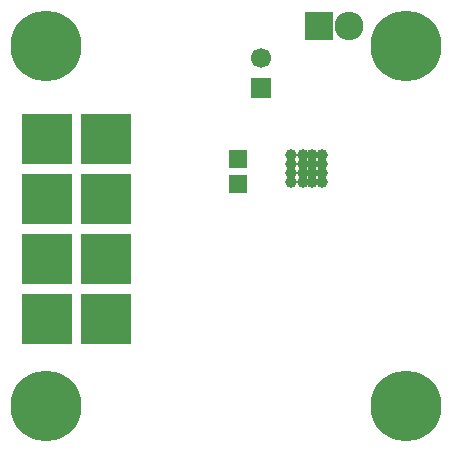
<source format=gbr>
G04 #@! TF.FileFunction,Soldermask,Top*
%FSLAX46Y46*%
G04 Gerber Fmt 4.6, Leading zero omitted, Abs format (unit mm)*
G04 Created by KiCad (PCBNEW 4.0.2-stable) date 26/09/2016 11:14:20*
%MOMM*%
G01*
G04 APERTURE LIST*
%ADD10C,0.150000*%
%ADD11R,4.210000X4.210000*%
%ADD12C,1.000000*%
%ADD13C,6.000000*%
%ADD14R,1.598880X1.598880*%
%ADD15R,2.432000X2.432000*%
%ADD16O,2.432000X2.432000*%
%ADD17C,1.700000*%
%ADD18R,1.700000X1.700000*%
G04 APERTURE END LIST*
D10*
D11*
X128350000Y-93726000D03*
X133350000Y-93726000D03*
D12*
X148971000Y-84963000D03*
X148971000Y-85725000D03*
X148971000Y-86487000D03*
X149987000Y-84963000D03*
X149987000Y-85725000D03*
X148971000Y-87249000D03*
X150749000Y-84963000D03*
X149987000Y-86487000D03*
X149987000Y-87249000D03*
X151638000Y-84963000D03*
X150749000Y-85725000D03*
X150749000Y-86487000D03*
X150749000Y-87249000D03*
X151638000Y-85725000D03*
X151638000Y-86487000D03*
X151638000Y-87249000D03*
D13*
X128270000Y-106172000D03*
X128270000Y-75692000D03*
X158750000Y-106172000D03*
X158750000Y-75692000D03*
D14*
X144526000Y-87409020D03*
X144526000Y-85310980D03*
D11*
X128350000Y-83566000D03*
X133350000Y-83566000D03*
X128350000Y-88646000D03*
X133350000Y-88646000D03*
X128350000Y-98806000D03*
X133350000Y-98806000D03*
D15*
X151384000Y-74041000D03*
D16*
X153924000Y-74041000D03*
D17*
X146431000Y-76748000D03*
D18*
X146431000Y-79248000D03*
M02*

</source>
